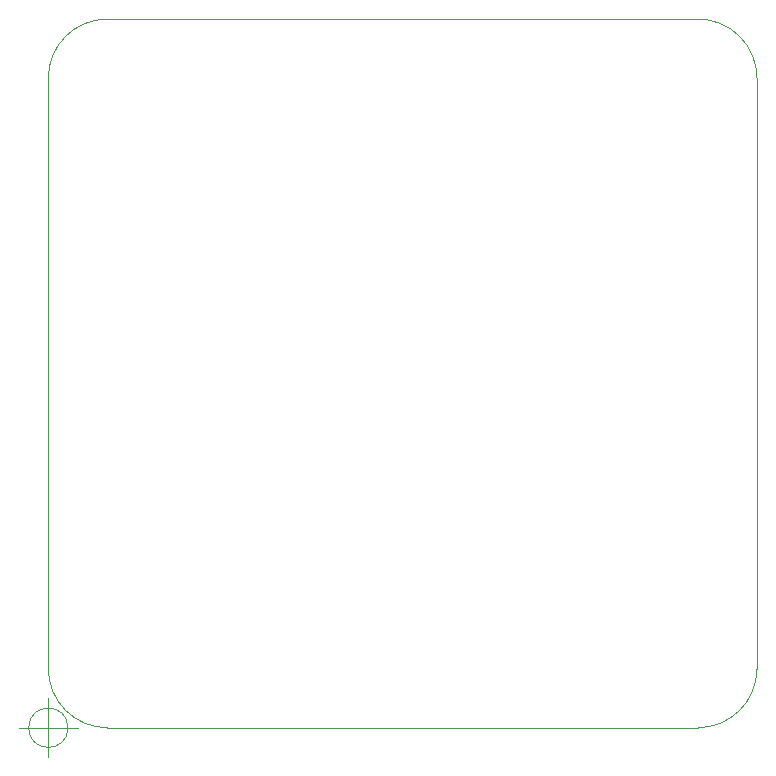
<source format=gm1>
%TF.GenerationSoftware,KiCad,Pcbnew,(6.0.0)*%
%TF.CreationDate,2022-02-11T13:00:51-03:00*%
%TF.ProjectId,Placa Digital,506c6163-6120-4446-9967-6974616c2e6b,V01*%
%TF.SameCoordinates,Original*%
%TF.FileFunction,Profile,NP*%
%FSLAX46Y46*%
G04 Gerber Fmt 4.6, Leading zero omitted, Abs format (unit mm)*
G04 Created by KiCad (PCBNEW (6.0.0)) date 2022-02-11 13:00:51*
%MOMM*%
%LPD*%
G01*
G04 APERTURE LIST*
%TA.AperFunction,Profile*%
%ADD10C,0.050000*%
%TD*%
G04 APERTURE END LIST*
D10*
X173000000Y-59000000D02*
X173000000Y-109000000D01*
X118000000Y-54000000D02*
X168000000Y-54000000D01*
X113000000Y-109000000D02*
G75*
G03*
X118000000Y-114000000I5000000J0D01*
G01*
X168000000Y-114000000D02*
G75*
G03*
X173000000Y-109000000I0J5000000D01*
G01*
X118000000Y-54000000D02*
G75*
G03*
X113000000Y-59000000I0J-5000000D01*
G01*
X173000000Y-59000000D02*
G75*
G03*
X168000000Y-54000000I-5000000J0D01*
G01*
X168000000Y-114000000D02*
X118000000Y-114000000D01*
X113000000Y-109000000D02*
X113000000Y-59000000D01*
X114666666Y-114000000D02*
G75*
G03*
X114666666Y-114000000I-1666666J0D01*
G01*
X110500000Y-114000000D02*
X115500000Y-114000000D01*
X113000000Y-111500000D02*
X113000000Y-116500000D01*
X114666666Y-114000000D02*
G75*
G03*
X114666666Y-114000000I-1666666J0D01*
G01*
X110500000Y-114000000D02*
X115500000Y-114000000D01*
X113000000Y-111500000D02*
X113000000Y-116500000D01*
M02*

</source>
